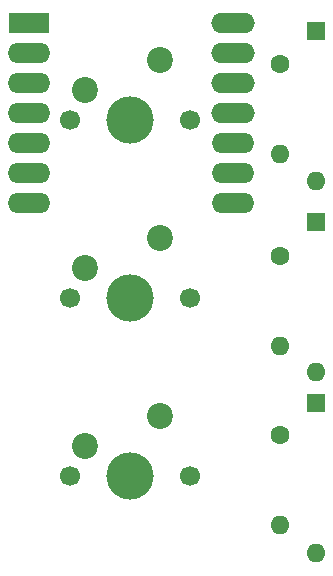
<source format=gbr>
%TF.GenerationSoftware,KiCad,Pcbnew,8.0.6*%
%TF.CreationDate,2024-10-22T00:24:15-04:00*%
%TF.ProjectId,Hackpad,4861636b-7061-4642-9e6b-696361645f70,rev?*%
%TF.SameCoordinates,Original*%
%TF.FileFunction,Soldermask,Bot*%
%TF.FilePolarity,Negative*%
%FSLAX46Y46*%
G04 Gerber Fmt 4.6, Leading zero omitted, Abs format (unit mm)*
G04 Created by KiCad (PCBNEW 8.0.6) date 2024-10-22 00:24:15*
%MOMM*%
%LPD*%
G01*
G04 APERTURE LIST*
%ADD10O,3.700000X1.700000*%
%ADD11O,3.600000X1.700000*%
%ADD12R,3.500000X1.700000*%
%ADD13C,2.200000*%
%ADD14C,1.700000*%
%ADD15C,4.000000*%
%ADD16O,1.600000X1.600000*%
%ADD17C,1.600000*%
%ADD18R,1.600000X1.600000*%
G04 APERTURE END LIST*
D10*
%TO.C,U1*%
X107750000Y-68000000D03*
X107750000Y-70540000D03*
X107750000Y-73080000D03*
X107750000Y-75620000D03*
D11*
X107750000Y-78160000D03*
X107750000Y-80700000D03*
X107750000Y-83240000D03*
X90500000Y-83240000D03*
X90500000Y-80700000D03*
X90500000Y-78160000D03*
X90500000Y-75620000D03*
X90500000Y-73080000D03*
X90500000Y-70540000D03*
D12*
X90500000Y-68000000D03*
%TD*%
D13*
%TO.C,SW3*%
X95266000Y-103817470D03*
X101616000Y-101277470D03*
D14*
X104156000Y-106357470D03*
D15*
X99076000Y-106357470D03*
D14*
X93996000Y-106357470D03*
%TD*%
D13*
%TO.C,SW2*%
X95266000Y-88727470D03*
X101616000Y-86187470D03*
D14*
X104156000Y-91267470D03*
D15*
X99076000Y-91267470D03*
D14*
X93996000Y-91267470D03*
%TD*%
D13*
%TO.C,SW1*%
X95266000Y-73637470D03*
X101616000Y-71097470D03*
D14*
X104156000Y-76177470D03*
D15*
X99076000Y-76177470D03*
D14*
X93996000Y-76177470D03*
%TD*%
D16*
%TO.C,R3*%
X111750000Y-95310000D03*
D17*
X111750000Y-87690000D03*
%TD*%
%TO.C,R2*%
X111750000Y-102880000D03*
D16*
X111750000Y-110500000D03*
%TD*%
D17*
%TO.C,R1*%
X111750000Y-71440000D03*
D16*
X111750000Y-79060000D03*
%TD*%
D18*
%TO.C,D5*%
X114750000Y-84800000D03*
D16*
X114750000Y-97500000D03*
%TD*%
D18*
%TO.C,D4*%
X114750000Y-100150000D03*
D16*
X114750000Y-112850000D03*
%TD*%
D18*
%TO.C,D1*%
X114750000Y-68650000D03*
D16*
X114750000Y-81350000D03*
%TD*%
M02*

</source>
